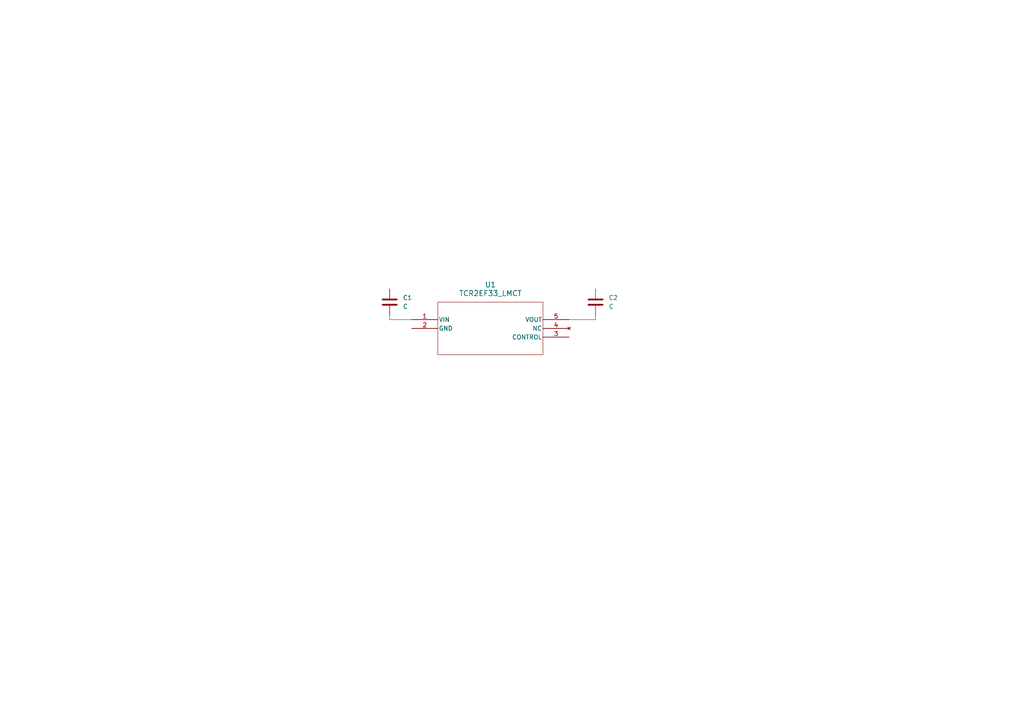
<source format=kicad_sch>
(kicad_sch (version 20250114) (generator "eeschema") (generator_version "9.0")
  (paper "A4")
  (lib_symbols
    (symbol "Device:C" (pin_numbers (hide yes)) (pin_names (offset 0.254))
      (property "Reference" "C" (at 0.635 2.54 0))
      (property "Value" "C" (at 0.635 -2.54 0))
      (symbol "C_0_1"
        (polyline (pts (xy -2.032 0.762) (xy 2.032 0.762)) (stroke (width 0.508)))
        (polyline (pts (xy -2.032 -0.762) (xy 2.032 -0.762)) (stroke (width 0.508)))
      )
      (symbol "C_1_1"
        (pin passive line (at 0 3.81 270) (length 2.794) (name "~") (number "1"))
        (pin passive line (at 0 -3.81 90) (length 2.794) (name "~") (number "2"))
      )
    )
    (symbol "shared_symbols:TCR2EF33_LMCT" (pin_names (offset 0.254))
      (property "Reference" "U" (at 22.86 10.16 0))
      (property "Value" "TCR2EF33_LMCT" (at 22.86 7.62 0))
      (symbol "TCR2EF33_LMCT_0_1"
        (polyline (pts (xy 7.62 5.08) (xy 7.62 -10.16)) (stroke (width 0.127)))
        (polyline (pts (xy 7.62 -10.16) (xy 38.1 -10.16)) (stroke (width 0.127)))
        (polyline (pts (xy 38.1 5.08) (xy 7.62 5.08)) (stroke (width 0.127)))
        (polyline (pts (xy 38.1 -10.16) (xy 38.1 5.08)) (stroke (width 0.127)))
        (pin power_in line (at 0 0 0) (length 7.62) (name "VIN") (number "1"))
        (pin power_out line (at 0 -2.54 0) (length 7.62) (name "GND") (number "2"))
        (pin power_in line (at 45.72 0 180) (length 7.62) (name "VOUT") (number "5"))
        (pin no_connect line (at 45.72 -2.54 180) (length 7.62) (name "NC") (number "4"))
        (pin unspecified line (at 45.72 -5.08 180) (length 7.62) (name "CONTROL") (number "3"))
      )
    )
  )
  (wire (pts (xy 172.72 92.71) (xy 172.72 91.44)))
  (wire (pts (xy 165.1 92.71) (xy 172.72 92.71)))
  (wire (pts (xy 119.38 92.71) (xy 113.03 92.71)))
  (wire (pts (xy 113.03 92.71) (xy 113.03 91.44)))
  (symbol (lib_id "Device:C") (at 113.03 87.63 0) (unit 1)
    (property "Reference" "C1" (at 116.84 86.3599 0) (effects (justify left)))
    (property "Value" "C" (at 116.84 88.8999 0) (effects (justify left)))
    (property "Footprint" "Capacitor_SMD:C_1206_3216Metric_Pad1.33x1.80mm_HandSolder" (effects (hide yes)))
    (property "Description" "Unpolarized capacitor" (effects (hide yes)))
  )
  (symbol (lib_id "Device:C") (at 172.72 87.63 0) (unit 1)
    (property "Reference" "C2" (at 176.53 86.3599 0) (effects (justify left)))
    (property "Value" "C" (at 176.53 88.8999 0) (effects (justify left)))
    (property "Footprint" "Capacitor_SMD:C_1206_3216Metric_Pad1.33x1.80mm_HandSolder" (effects (hide yes)))
    (property "Description" "Unpolarized capacitor" (effects (hide yes)))
  )
  (symbol (lib_id "shared_symbols:TCR2EF33_LMCT") (at 119.38 92.71 0) (unit 1)
    (property "Reference" "U1" (at 142.24 82.55 0) (effects (font (size 1.524 1.524))))
    (property "Value" "TCR2EF33_LMCT" (at 142.24 85.09 0) (effects (font (size 1.524 1.524))))
    (property "Footprint" "shared_footprints:SOT-25   SMV_TOS" (effects (hide yes)))
    (property "Datasheet" "TCR2EF33_LMCT" (effects (hide yes)))
  )
)
</source>
